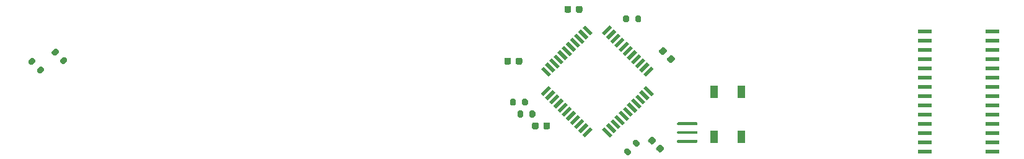
<source format=gtp>
%TF.GenerationSoftware,KiCad,Pcbnew,(5.1.9)-1*%
%TF.CreationDate,2021-02-19T15:09:25+09:00*%
%TF.ProjectId,ErgoDOX,4572676f-444f-4582-9e6b-696361645f70,rev?*%
%TF.SameCoordinates,Original*%
%TF.FileFunction,Paste,Top*%
%TF.FilePolarity,Positive*%
%FSLAX46Y46*%
G04 Gerber Fmt 4.6, Leading zero omitted, Abs format (unit mm)*
G04 Created by KiCad (PCBNEW (5.1.9)-1) date 2021-02-19 15:09:25*
%MOMM*%
%LPD*%
G01*
G04 APERTURE LIST*
%ADD10R,1.900000X0.600000*%
%ADD11C,0.150000*%
%ADD12R,1.100000X1.800000*%
G04 APERTURE END LIST*
%TO.C,R3*%
G36*
G01*
X182258025Y-53192066D02*
X182646934Y-53580975D01*
G75*
G02*
X182646934Y-53863817I-141421J-141421D01*
G01*
X182364091Y-54146660D01*
G75*
G02*
X182081249Y-54146660I-141421J141421D01*
G01*
X181692340Y-53757751D01*
G75*
G02*
X181692340Y-53474909I141421J141421D01*
G01*
X181975183Y-53192066D01*
G75*
G02*
X182258025Y-53192066I141421J-141421D01*
G01*
G37*
G36*
G01*
X183424751Y-52025340D02*
X183813660Y-52414249D01*
G75*
G02*
X183813660Y-52697091I-141421J-141421D01*
G01*
X183530817Y-52979934D01*
G75*
G02*
X183247975Y-52979934I-141421J141421D01*
G01*
X182859066Y-52591025D01*
G75*
G02*
X182859066Y-52308183I141421J141421D01*
G01*
X183141909Y-52025340D01*
G75*
G02*
X183424751Y-52025340I141421J-141421D01*
G01*
G37*
%TD*%
D10*
%TO.C,U1*%
X222801200Y-53670200D03*
X222801200Y-52400200D03*
X222801200Y-51130200D03*
X222801200Y-49860200D03*
X222801200Y-48590200D03*
X222801200Y-47320200D03*
X222801200Y-46050200D03*
X222801200Y-44780200D03*
X222801200Y-43510200D03*
X222801200Y-42240200D03*
X222801200Y-40970200D03*
X222801200Y-39700200D03*
X222801200Y-38430200D03*
X222801200Y-37160200D03*
X232011200Y-37160200D03*
X232011200Y-38430200D03*
X232011200Y-39700200D03*
X232011200Y-40970200D03*
X232011200Y-42240200D03*
X232011200Y-43510200D03*
X232011200Y-44780200D03*
X232011200Y-46050200D03*
X232011200Y-47320200D03*
X232011200Y-48590200D03*
X232011200Y-49860200D03*
X232011200Y-51130200D03*
X232011200Y-52400200D03*
X232011200Y-53670200D03*
%TD*%
%TO.C,C5*%
G36*
G01*
X166222800Y-40974200D02*
X166222800Y-41474200D01*
G75*
G02*
X165997800Y-41699200I-225000J0D01*
G01*
X165547800Y-41699200D01*
G75*
G02*
X165322800Y-41474200I0J225000D01*
G01*
X165322800Y-40974200D01*
G75*
G02*
X165547800Y-40749200I225000J0D01*
G01*
X165997800Y-40749200D01*
G75*
G02*
X166222800Y-40974200I0J-225000D01*
G01*
G37*
G36*
G01*
X167772800Y-40974200D02*
X167772800Y-41474200D01*
G75*
G02*
X167547800Y-41699200I-225000J0D01*
G01*
X167097800Y-41699200D01*
G75*
G02*
X166872800Y-41474200I0J225000D01*
G01*
X166872800Y-40974200D01*
G75*
G02*
X167097800Y-40749200I225000J0D01*
G01*
X167547800Y-40749200D01*
G75*
G02*
X167772800Y-40974200I0J-225000D01*
G01*
G37*
%TD*%
%TO.C,C4*%
G36*
G01*
X174442240Y-33854580D02*
X174442240Y-34354580D01*
G75*
G02*
X174217240Y-34579580I-225000J0D01*
G01*
X173767240Y-34579580D01*
G75*
G02*
X173542240Y-34354580I0J225000D01*
G01*
X173542240Y-33854580D01*
G75*
G02*
X173767240Y-33629580I225000J0D01*
G01*
X174217240Y-33629580D01*
G75*
G02*
X174442240Y-33854580I0J-225000D01*
G01*
G37*
G36*
G01*
X175992240Y-33854580D02*
X175992240Y-34354580D01*
G75*
G02*
X175767240Y-34579580I-225000J0D01*
G01*
X175317240Y-34579580D01*
G75*
G02*
X175092240Y-34354580I0J225000D01*
G01*
X175092240Y-33854580D01*
G75*
G02*
X175317240Y-33629580I225000J0D01*
G01*
X175767240Y-33629580D01*
G75*
G02*
X175992240Y-33854580I0J-225000D01*
G01*
G37*
%TD*%
%TO.C,C3*%
G36*
G01*
X186108033Y-53086187D02*
X186461587Y-52732633D01*
G75*
G02*
X186779785Y-52732633I159099J-159099D01*
G01*
X187097983Y-53050831D01*
G75*
G02*
X187097983Y-53369029I-159099J-159099D01*
G01*
X186744429Y-53722583D01*
G75*
G02*
X186426231Y-53722583I-159099J159099D01*
G01*
X186108033Y-53404385D01*
G75*
G02*
X186108033Y-53086187I159099J159099D01*
G01*
G37*
G36*
G01*
X185012017Y-51990171D02*
X185365571Y-51636617D01*
G75*
G02*
X185683769Y-51636617I159099J-159099D01*
G01*
X186001967Y-51954815D01*
G75*
G02*
X186001967Y-52273013I-159099J-159099D01*
G01*
X185648413Y-52626567D01*
G75*
G02*
X185330215Y-52626567I-159099J159099D01*
G01*
X185012017Y-52308369D01*
G75*
G02*
X185012017Y-51990171I159099J159099D01*
G01*
G37*
%TD*%
%TO.C,C2*%
G36*
G01*
X187581233Y-40792587D02*
X187934787Y-40439033D01*
G75*
G02*
X188252985Y-40439033I159099J-159099D01*
G01*
X188571183Y-40757231D01*
G75*
G02*
X188571183Y-41075429I-159099J-159099D01*
G01*
X188217629Y-41428983D01*
G75*
G02*
X187899431Y-41428983I-159099J159099D01*
G01*
X187581233Y-41110785D01*
G75*
G02*
X187581233Y-40792587I159099J159099D01*
G01*
G37*
G36*
G01*
X186485217Y-39696571D02*
X186838771Y-39343017D01*
G75*
G02*
X187156969Y-39343017I159099J-159099D01*
G01*
X187475167Y-39661215D01*
G75*
G02*
X187475167Y-39979413I-159099J-159099D01*
G01*
X187121613Y-40332967D01*
G75*
G02*
X186803415Y-40332967I-159099J159099D01*
G01*
X186485217Y-40014769D01*
G75*
G02*
X186485217Y-39696571I159099J159099D01*
G01*
G37*
%TD*%
%TO.C,Y1*%
G36*
G01*
X191622200Y-52428600D02*
X189022200Y-52428600D01*
G75*
G02*
X188922200Y-52328600I0J100000D01*
G01*
X188922200Y-52128600D01*
G75*
G02*
X189022200Y-52028600I100000J0D01*
G01*
X191622200Y-52028600D01*
G75*
G02*
X191722200Y-52128600I0J-100000D01*
G01*
X191722200Y-52328600D01*
G75*
G02*
X191622200Y-52428600I-100000J0D01*
G01*
G37*
G36*
G01*
X191622200Y-51228600D02*
X189022200Y-51228600D01*
G75*
G02*
X188922200Y-51128600I0J100000D01*
G01*
X188922200Y-50928600D01*
G75*
G02*
X189022200Y-50828600I100000J0D01*
G01*
X191622200Y-50828600D01*
G75*
G02*
X191722200Y-50928600I0J-100000D01*
G01*
X191722200Y-51128600D01*
G75*
G02*
X191622200Y-51228600I-100000J0D01*
G01*
G37*
G36*
G01*
X191622200Y-50028600D02*
X189022200Y-50028600D01*
G75*
G02*
X188922200Y-49928600I0J100000D01*
G01*
X188922200Y-49728600D01*
G75*
G02*
X189022200Y-49628600I100000J0D01*
G01*
X191622200Y-49628600D01*
G75*
G02*
X191722200Y-49728600I0J-100000D01*
G01*
X191722200Y-49928600D01*
G75*
G02*
X191622200Y-50028600I-100000J0D01*
G01*
G37*
%TD*%
D11*
%TO.C,U4*%
G36*
X171386876Y-43343704D02*
G01*
X170326216Y-42283044D01*
X170679770Y-41929490D01*
X171740430Y-42990150D01*
X171386876Y-43343704D01*
G37*
G36*
X171952561Y-42778019D02*
G01*
X170891901Y-41717359D01*
X171245455Y-41363805D01*
X172306115Y-42424465D01*
X171952561Y-42778019D01*
G37*
G36*
X172518247Y-42212333D02*
G01*
X171457587Y-41151673D01*
X171811141Y-40798119D01*
X172871801Y-41858779D01*
X172518247Y-42212333D01*
G37*
G36*
X173083932Y-41646648D02*
G01*
X172023272Y-40585988D01*
X172376826Y-40232434D01*
X173437486Y-41293094D01*
X173083932Y-41646648D01*
G37*
G36*
X173649618Y-41080962D02*
G01*
X172588958Y-40020302D01*
X172942512Y-39666748D01*
X174003172Y-40727408D01*
X173649618Y-41080962D01*
G37*
G36*
X174215303Y-40515277D02*
G01*
X173154643Y-39454617D01*
X173508197Y-39101063D01*
X174568857Y-40161723D01*
X174215303Y-40515277D01*
G37*
G36*
X174780988Y-39949592D02*
G01*
X173720328Y-38888932D01*
X174073882Y-38535378D01*
X175134542Y-39596038D01*
X174780988Y-39949592D01*
G37*
G36*
X175346674Y-39383906D02*
G01*
X174286014Y-38323246D01*
X174639568Y-37969692D01*
X175700228Y-39030352D01*
X175346674Y-39383906D01*
G37*
G36*
X175912359Y-38818221D02*
G01*
X174851699Y-37757561D01*
X175205253Y-37404007D01*
X176265913Y-38464667D01*
X175912359Y-38818221D01*
G37*
G36*
X176478045Y-38252535D02*
G01*
X175417385Y-37191875D01*
X175770939Y-36838321D01*
X176831599Y-37898981D01*
X176478045Y-38252535D01*
G37*
G36*
X177043730Y-37686850D02*
G01*
X175983070Y-36626190D01*
X176336624Y-36272636D01*
X177397284Y-37333296D01*
X177043730Y-37686850D01*
G37*
G36*
X179023630Y-37686850D02*
G01*
X178670076Y-37333296D01*
X179730736Y-36272636D01*
X180084290Y-36626190D01*
X179023630Y-37686850D01*
G37*
G36*
X179589315Y-38252535D02*
G01*
X179235761Y-37898981D01*
X180296421Y-36838321D01*
X180649975Y-37191875D01*
X179589315Y-38252535D01*
G37*
G36*
X180155001Y-38818221D02*
G01*
X179801447Y-38464667D01*
X180862107Y-37404007D01*
X181215661Y-37757561D01*
X180155001Y-38818221D01*
G37*
G36*
X180720686Y-39383906D02*
G01*
X180367132Y-39030352D01*
X181427792Y-37969692D01*
X181781346Y-38323246D01*
X180720686Y-39383906D01*
G37*
G36*
X181286372Y-39949592D02*
G01*
X180932818Y-39596038D01*
X181993478Y-38535378D01*
X182347032Y-38888932D01*
X181286372Y-39949592D01*
G37*
G36*
X181852057Y-40515277D02*
G01*
X181498503Y-40161723D01*
X182559163Y-39101063D01*
X182912717Y-39454617D01*
X181852057Y-40515277D01*
G37*
G36*
X182417742Y-41080962D02*
G01*
X182064188Y-40727408D01*
X183124848Y-39666748D01*
X183478402Y-40020302D01*
X182417742Y-41080962D01*
G37*
G36*
X182983428Y-41646648D02*
G01*
X182629874Y-41293094D01*
X183690534Y-40232434D01*
X184044088Y-40585988D01*
X182983428Y-41646648D01*
G37*
G36*
X183549113Y-42212333D02*
G01*
X183195559Y-41858779D01*
X184256219Y-40798119D01*
X184609773Y-41151673D01*
X183549113Y-42212333D01*
G37*
G36*
X184114799Y-42778019D02*
G01*
X183761245Y-42424465D01*
X184821905Y-41363805D01*
X185175459Y-41717359D01*
X184114799Y-42778019D01*
G37*
G36*
X184680484Y-43343704D02*
G01*
X184326930Y-42990150D01*
X185387590Y-41929490D01*
X185741144Y-42283044D01*
X184680484Y-43343704D01*
G37*
G36*
X185387590Y-46030710D02*
G01*
X184326930Y-44970050D01*
X184680484Y-44616496D01*
X185741144Y-45677156D01*
X185387590Y-46030710D01*
G37*
G36*
X184821905Y-46596395D02*
G01*
X183761245Y-45535735D01*
X184114799Y-45182181D01*
X185175459Y-46242841D01*
X184821905Y-46596395D01*
G37*
G36*
X184256219Y-47162081D02*
G01*
X183195559Y-46101421D01*
X183549113Y-45747867D01*
X184609773Y-46808527D01*
X184256219Y-47162081D01*
G37*
G36*
X183690534Y-47727766D02*
G01*
X182629874Y-46667106D01*
X182983428Y-46313552D01*
X184044088Y-47374212D01*
X183690534Y-47727766D01*
G37*
G36*
X183124848Y-48293452D02*
G01*
X182064188Y-47232792D01*
X182417742Y-46879238D01*
X183478402Y-47939898D01*
X183124848Y-48293452D01*
G37*
G36*
X182559163Y-48859137D02*
G01*
X181498503Y-47798477D01*
X181852057Y-47444923D01*
X182912717Y-48505583D01*
X182559163Y-48859137D01*
G37*
G36*
X181993478Y-49424822D02*
G01*
X180932818Y-48364162D01*
X181286372Y-48010608D01*
X182347032Y-49071268D01*
X181993478Y-49424822D01*
G37*
G36*
X181427792Y-49990508D02*
G01*
X180367132Y-48929848D01*
X180720686Y-48576294D01*
X181781346Y-49636954D01*
X181427792Y-49990508D01*
G37*
G36*
X180862107Y-50556193D02*
G01*
X179801447Y-49495533D01*
X180155001Y-49141979D01*
X181215661Y-50202639D01*
X180862107Y-50556193D01*
G37*
G36*
X180296421Y-51121879D02*
G01*
X179235761Y-50061219D01*
X179589315Y-49707665D01*
X180649975Y-50768325D01*
X180296421Y-51121879D01*
G37*
G36*
X179730736Y-51687564D02*
G01*
X178670076Y-50626904D01*
X179023630Y-50273350D01*
X180084290Y-51334010D01*
X179730736Y-51687564D01*
G37*
G36*
X176336624Y-51687564D02*
G01*
X175983070Y-51334010D01*
X177043730Y-50273350D01*
X177397284Y-50626904D01*
X176336624Y-51687564D01*
G37*
G36*
X175770939Y-51121879D02*
G01*
X175417385Y-50768325D01*
X176478045Y-49707665D01*
X176831599Y-50061219D01*
X175770939Y-51121879D01*
G37*
G36*
X175205253Y-50556193D02*
G01*
X174851699Y-50202639D01*
X175912359Y-49141979D01*
X176265913Y-49495533D01*
X175205253Y-50556193D01*
G37*
G36*
X174639568Y-49990508D02*
G01*
X174286014Y-49636954D01*
X175346674Y-48576294D01*
X175700228Y-48929848D01*
X174639568Y-49990508D01*
G37*
G36*
X174073882Y-49424822D02*
G01*
X173720328Y-49071268D01*
X174780988Y-48010608D01*
X175134542Y-48364162D01*
X174073882Y-49424822D01*
G37*
G36*
X173508197Y-48859137D02*
G01*
X173154643Y-48505583D01*
X174215303Y-47444923D01*
X174568857Y-47798477D01*
X173508197Y-48859137D01*
G37*
G36*
X172942512Y-48293452D02*
G01*
X172588958Y-47939898D01*
X173649618Y-46879238D01*
X174003172Y-47232792D01*
X172942512Y-48293452D01*
G37*
G36*
X172376826Y-47727766D02*
G01*
X172023272Y-47374212D01*
X173083932Y-46313552D01*
X173437486Y-46667106D01*
X172376826Y-47727766D01*
G37*
G36*
X171811141Y-47162081D02*
G01*
X171457587Y-46808527D01*
X172518247Y-45747867D01*
X172871801Y-46101421D01*
X171811141Y-47162081D01*
G37*
G36*
X171245455Y-46596395D02*
G01*
X170891901Y-46242841D01*
X171952561Y-45182181D01*
X172306115Y-45535735D01*
X171245455Y-46596395D01*
G37*
G36*
X170679770Y-46030710D02*
G01*
X170326216Y-45677156D01*
X171386876Y-44616496D01*
X171740430Y-44970050D01*
X170679770Y-46030710D01*
G37*
%TD*%
D12*
%TO.C,SW1*%
X197704320Y-51601300D03*
X194004320Y-45401300D03*
X194004320Y-51601300D03*
X197704320Y-45401300D03*
%TD*%
%TO.C,R6*%
G36*
G01*
X182353400Y-35132600D02*
X182353400Y-35682600D01*
G75*
G02*
X182153400Y-35882600I-200000J0D01*
G01*
X181753400Y-35882600D01*
G75*
G02*
X181553400Y-35682600I0J200000D01*
G01*
X181553400Y-35132600D01*
G75*
G02*
X181753400Y-34932600I200000J0D01*
G01*
X182153400Y-34932600D01*
G75*
G02*
X182353400Y-35132600I0J-200000D01*
G01*
G37*
G36*
G01*
X184003400Y-35132600D02*
X184003400Y-35682600D01*
G75*
G02*
X183803400Y-35882600I-200000J0D01*
G01*
X183403400Y-35882600D01*
G75*
G02*
X183203400Y-35682600I0J200000D01*
G01*
X183203400Y-35132600D01*
G75*
G02*
X183403400Y-34932600I200000J0D01*
G01*
X183803400Y-34932600D01*
G75*
G02*
X184003400Y-35132600I0J-200000D01*
G01*
G37*
%TD*%
%TO.C,R5*%
G36*
G01*
X166884800Y-46588000D02*
X166884800Y-47138000D01*
G75*
G02*
X166684800Y-47338000I-200000J0D01*
G01*
X166284800Y-47338000D01*
G75*
G02*
X166084800Y-47138000I0J200000D01*
G01*
X166084800Y-46588000D01*
G75*
G02*
X166284800Y-46388000I200000J0D01*
G01*
X166684800Y-46388000D01*
G75*
G02*
X166884800Y-46588000I0J-200000D01*
G01*
G37*
G36*
G01*
X168534800Y-46588000D02*
X168534800Y-47138000D01*
G75*
G02*
X168334800Y-47338000I-200000J0D01*
G01*
X167934800Y-47338000D01*
G75*
G02*
X167734800Y-47138000I0J200000D01*
G01*
X167734800Y-46588000D01*
G75*
G02*
X167934800Y-46388000I200000J0D01*
G01*
X168334800Y-46388000D01*
G75*
G02*
X168534800Y-46588000I0J-200000D01*
G01*
G37*
%TD*%
%TO.C,R4*%
G36*
G01*
X167900800Y-48213600D02*
X167900800Y-48763600D01*
G75*
G02*
X167700800Y-48963600I-200000J0D01*
G01*
X167300800Y-48963600D01*
G75*
G02*
X167100800Y-48763600I0J200000D01*
G01*
X167100800Y-48213600D01*
G75*
G02*
X167300800Y-48013600I200000J0D01*
G01*
X167700800Y-48013600D01*
G75*
G02*
X167900800Y-48213600I0J-200000D01*
G01*
G37*
G36*
G01*
X169550800Y-48213600D02*
X169550800Y-48763600D01*
G75*
G02*
X169350800Y-48963600I-200000J0D01*
G01*
X168950800Y-48963600D01*
G75*
G02*
X168750800Y-48763600I0J200000D01*
G01*
X168750800Y-48213600D01*
G75*
G02*
X168950800Y-48013600I200000J0D01*
G01*
X169350800Y-48013600D01*
G75*
G02*
X169550800Y-48213600I0J-200000D01*
G01*
G37*
%TD*%
%TO.C,R2*%
G36*
G01*
X101483816Y-42341475D02*
X101872725Y-41952566D01*
G75*
G02*
X102155567Y-41952566I141421J-141421D01*
G01*
X102438410Y-42235409D01*
G75*
G02*
X102438410Y-42518251I-141421J-141421D01*
G01*
X102049501Y-42907160D01*
G75*
G02*
X101766659Y-42907160I-141421J141421D01*
G01*
X101483816Y-42624317D01*
G75*
G02*
X101483816Y-42341475I141421J141421D01*
G01*
G37*
G36*
G01*
X100317090Y-41174749D02*
X100705999Y-40785840D01*
G75*
G02*
X100988841Y-40785840I141421J-141421D01*
G01*
X101271684Y-41068683D01*
G75*
G02*
X101271684Y-41351525I-141421J-141421D01*
G01*
X100882775Y-41740434D01*
G75*
G02*
X100599933Y-41740434I-141421J141421D01*
G01*
X100317090Y-41457591D01*
G75*
G02*
X100317090Y-41174749I141421J141421D01*
G01*
G37*
%TD*%
%TO.C,R1*%
G36*
G01*
X104658816Y-41071475D02*
X105047725Y-40682566D01*
G75*
G02*
X105330567Y-40682566I141421J-141421D01*
G01*
X105613410Y-40965409D01*
G75*
G02*
X105613410Y-41248251I-141421J-141421D01*
G01*
X105224501Y-41637160D01*
G75*
G02*
X104941659Y-41637160I-141421J141421D01*
G01*
X104658816Y-41354317D01*
G75*
G02*
X104658816Y-41071475I141421J141421D01*
G01*
G37*
G36*
G01*
X103492090Y-39904749D02*
X103880999Y-39515840D01*
G75*
G02*
X104163841Y-39515840I141421J-141421D01*
G01*
X104446684Y-39798683D01*
G75*
G02*
X104446684Y-40081525I-141421J-141421D01*
G01*
X104057775Y-40470434D01*
G75*
G02*
X103774933Y-40470434I-141421J141421D01*
G01*
X103492090Y-40187591D01*
G75*
G02*
X103492090Y-39904749I141421J141421D01*
G01*
G37*
%TD*%
%TO.C,C1*%
G36*
G01*
X170007400Y-49864200D02*
X170007400Y-50364200D01*
G75*
G02*
X169782400Y-50589200I-225000J0D01*
G01*
X169332400Y-50589200D01*
G75*
G02*
X169107400Y-50364200I0J225000D01*
G01*
X169107400Y-49864200D01*
G75*
G02*
X169332400Y-49639200I225000J0D01*
G01*
X169782400Y-49639200D01*
G75*
G02*
X170007400Y-49864200I0J-225000D01*
G01*
G37*
G36*
G01*
X171557400Y-49864200D02*
X171557400Y-50364200D01*
G75*
G02*
X171332400Y-50589200I-225000J0D01*
G01*
X170882400Y-50589200D01*
G75*
G02*
X170657400Y-50364200I0J225000D01*
G01*
X170657400Y-49864200D01*
G75*
G02*
X170882400Y-49639200I225000J0D01*
G01*
X171332400Y-49639200D01*
G75*
G02*
X171557400Y-49864200I0J-225000D01*
G01*
G37*
%TD*%
M02*

</source>
